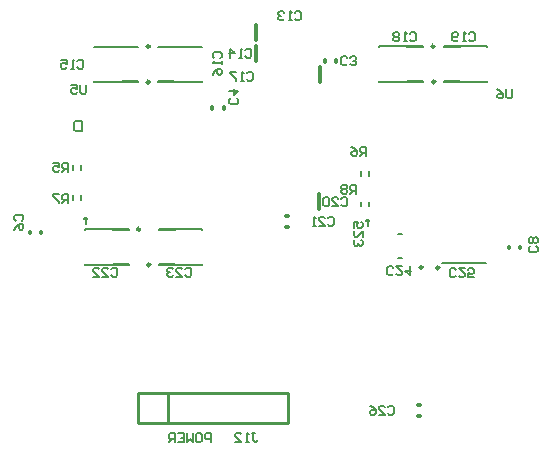
<source format=gbo>
%FSLAX25Y25*%
%MOIN*%
G70*
G01*
G75*
G04 Layer_Color=32896*
%ADD10C,0.01155*%
%ADD11C,0.01150*%
%ADD12R,0.07087X0.06299*%
%ADD13C,0.02000*%
%ADD14R,0.01378X0.05512*%
%ADD15R,0.15000X0.08500*%
%ADD16R,0.02756X0.01575*%
%ADD17R,0.03543X0.02756*%
%ADD18R,0.06496X0.00984*%
%ADD19R,0.06496X0.00984*%
%ADD20R,0.06000X0.06000*%
%ADD21R,0.02756X0.03543*%
%ADD22R,0.05000X0.06000*%
%ADD23R,0.06000X0.05000*%
%ADD24C,0.02500*%
%ADD25C,0.00448*%
%ADD26C,0.00403*%
%ADD27C,0.00500*%
%ADD28C,0.00807*%
%ADD29C,0.00500*%
%ADD30C,0.00669*%
%ADD31C,0.00800*%
%ADD32C,0.00400*%
%ADD33C,0.02000*%
%ADD34C,0.00600*%
%ADD35R,0.05906X0.05906*%
%ADD36C,0.05906*%
%ADD37C,0.14000*%
%ADD38C,0.07400*%
%ADD39P,0.08352X4X152.0*%
%ADD40P,0.08352X4X298.0*%
%ADD41C,0.05000*%
%ADD42R,0.02362X0.03740*%
%ADD43C,0.03000*%
%ADD44C,0.04000*%
%ADD45P,0.02165X8X22.5*%
%ADD46R,0.03740X0.02362*%
%ADD47C,0.05200*%
%ADD48R,0.05200X0.05200*%
%ADD49R,0.03937X0.03937*%
%ADD50C,0.03937*%
G04:AMPARAMS|DCode=51|XSize=78.74mil|YSize=78.74mil|CornerRadius=19.69mil|HoleSize=0mil|Usage=FLASHONLY|Rotation=0.000|XOffset=0mil|YOffset=0mil|HoleType=Round|Shape=RoundedRectangle|*
%AMROUNDEDRECTD51*
21,1,0.07874,0.03937,0,0,0.0*
21,1,0.03937,0.07874,0,0,0.0*
1,1,0.03937,0.01969,-0.01969*
1,1,0.03937,-0.01969,-0.01969*
1,1,0.03937,-0.01969,0.01969*
1,1,0.03937,0.01969,0.01969*
%
%ADD51ROUNDEDRECTD51*%
%ADD52C,0.03500*%
%ADD53R,0.05200X0.05200*%
%ADD54R,0.02000X0.02000*%
%ADD55C,0.13000*%
%ADD56C,0.01800*%
%ADD57C,0.04000*%
%ADD58C,0.05543*%
%ADD59C,0.14800*%
%ADD60C,0.08200*%
%ADD61C,0.05500*%
G04:AMPARAMS|DCode=62|XSize=68mil|YSize=68mil|CornerRadius=0mil|HoleSize=0mil|Usage=FLASHONLY|Rotation=0.000|XOffset=0mil|YOffset=0mil|HoleType=Round|Shape=Relief|Width=10mil|Gap=10mil|Entries=4|*
%AMTHD62*
7,0,0,0.06800,0.04800,0.01000,45*
%
%ADD62THD62*%
%ADD63C,0.04500*%
%ADD64C,0.02800*%
G04:AMPARAMS|DCode=65|XSize=40mil|YSize=40mil|CornerRadius=0mil|HoleSize=0mil|Usage=FLASHONLY|Rotation=0.000|XOffset=0mil|YOffset=0mil|HoleType=Round|Shape=Relief|Width=6mil|Gap=8mil|Entries=4|*
%AMTHD65*
7,0,0,0.04000,0.02400,0.00600,45*
%
%ADD65THD65*%
G04:AMPARAMS|DCode=66|XSize=52mil|YSize=52mil|CornerRadius=0mil|HoleSize=0mil|Usage=FLASHONLY|Rotation=0.000|XOffset=0mil|YOffset=0mil|HoleType=Round|Shape=Relief|Width=6mil|Gap=8mil|Entries=4|*
%AMTHD66*
7,0,0,0.05200,0.03600,0.00600,45*
%
%ADD66THD66*%
%ADD67C,0.05800*%
G04:AMPARAMS|DCode=68|XSize=20mil|YSize=20mil|CornerRadius=0mil|HoleSize=0mil|Usage=FLASHONLY|Rotation=0.000|XOffset=0mil|YOffset=0mil|HoleType=Round|Shape=Relief|Width=4mil|Gap=3mil|Entries=4|*
%AMTHD68*
7,0,0,0.02000,0.01400,0.00400,45*
%
%ADD68THD68*%
%ADD69C,0.04913*%
%ADD70C,0.07315*%
%ADD71C,0.04200*%
%ADD72C,0.11600*%
%ADD73C,0.01297*%
%ADD74C,0.00918*%
%ADD75C,0.00390*%
%ADD76R,0.07874X0.08661*%
%ADD77R,0.06000X0.06000*%
%ADD78C,0.01500*%
G04:AMPARAMS|DCode=79|XSize=98mil|YSize=98mil|CornerRadius=0mil|HoleSize=0mil|Usage=FLASHONLY|Rotation=0.000|XOffset=0mil|YOffset=0mil|HoleType=Round|Shape=Relief|Width=10mil|Gap=10mil|Entries=4|*
%AMTHD79*
7,0,0,0.09800,0.07800,0.01000,45*
%
%ADD79THD79*%
%ADD80R,0.07874X0.08661*%
%ADD81R,0.09252X0.12205*%
%ADD82R,0.06299X0.06693*%
%ADD83R,0.06299X0.06693*%
%ADD84C,0.01000*%
%ADD85C,0.00375*%
%ADD86R,0.02000X0.01000*%
%ADD87R,0.07000X0.19000*%
%ADD88R,0.01000X0.14000*%
%ADD89R,0.05000X0.15000*%
%ADD90R,0.02000X0.01500*%
%ADD91R,0.06000X0.03500*%
%ADD92R,0.00500X0.01500*%
%ADD93R,0.01500X0.03000*%
%ADD94R,0.07500X0.26000*%
%ADD95R,0.02362X0.03740*%
%ADD96R,0.02362X0.03740*%
%ADD97R,0.02362X0.03740*%
%ADD98R,0.02362X0.03740*%
%ADD99R,0.03740X0.02362*%
%ADD100R,0.03740X0.02362*%
%ADD101R,0.06000X0.02760*%
%ADD102R,0.02107X0.03100*%
%ADD103R,0.05000X0.14260*%
%ADD104R,0.01000X0.13760*%
%ADD105R,0.02000X0.02000*%
%ADD106C,0.00984*%
%ADD107C,0.00787*%
%ADD108C,0.00394*%
%ADD109C,0.01200*%
%ADD110R,0.07487X0.06699*%
%ADD111C,0.02400*%
%ADD112R,0.01778X0.05912*%
%ADD113R,0.15400X0.08900*%
%ADD114R,0.03156X0.01975*%
%ADD115R,0.03943X0.03156*%
%ADD116R,0.06896X0.01384*%
%ADD117R,0.06896X0.01384*%
%ADD118R,0.06400X0.06400*%
%ADD119R,0.03156X0.03943*%
%ADD120R,0.05400X0.06400*%
%ADD121R,0.06400X0.05400*%
%ADD122R,0.06306X0.06306*%
%ADD123C,0.06306*%
%ADD124C,0.14400*%
%ADD125C,0.07800*%
%ADD126P,0.08917X4X152.0*%
%ADD127P,0.08917X4X298.0*%
%ADD128C,0.05400*%
%ADD129R,0.02762X0.04140*%
%ADD130C,0.03400*%
%ADD131C,0.04400*%
%ADD132P,0.02598X8X22.5*%
%ADD133R,0.04140X0.02762*%
%ADD134C,0.05600*%
%ADD135R,0.05600X0.05600*%
%ADD136R,0.04337X0.04337*%
%ADD137C,0.04337*%
G04:AMPARAMS|DCode=138|XSize=82.74mil|YSize=82.74mil|CornerRadius=21.69mil|HoleSize=0mil|Usage=FLASHONLY|Rotation=0.000|XOffset=0mil|YOffset=0mil|HoleType=Round|Shape=RoundedRectangle|*
%AMROUNDEDRECTD138*
21,1,0.08274,0.03937,0,0,0.0*
21,1,0.03937,0.08274,0,0,0.0*
1,1,0.04337,0.01969,-0.01969*
1,1,0.04337,-0.01969,-0.01969*
1,1,0.04337,-0.01969,0.01969*
1,1,0.04337,0.01969,0.01969*
%
%ADD138ROUNDEDRECTD138*%
%ADD139C,0.03900*%
%ADD140R,0.05600X0.05600*%
%ADD141R,0.02400X0.02400*%
%ADD142C,0.02200*%
%ADD143R,0.08274X0.09061*%
%ADD144R,0.09652X0.12605*%
%ADD145R,0.06699X0.07093*%
%ADD146R,0.06699X0.07093*%
%ADD147R,0.08274X0.09061*%
%ADD148R,0.06400X0.06400*%
%ADD149R,0.02400X0.02400*%
D34*
X271347Y188374D02*
X271937Y187784D01*
X271347Y186110D02*
Y188374D01*
X270756Y187784D02*
X271347Y188374D01*
X176800Y188272D02*
X177390Y188862D01*
Y186598D02*
Y188862D01*
X177981Y188272D01*
X281628Y175400D02*
X282928D01*
X281528Y183300D02*
X282728D01*
X266729Y185401D02*
Y187400D01*
X268229D01*
X267729Y186400D01*
Y185900D01*
X268229Y185401D01*
X269228D01*
X269728Y185900D01*
Y186900D01*
X269228Y187400D01*
X269728Y182402D02*
Y184401D01*
X267729Y182402D01*
X267229D01*
X266729Y182901D01*
Y183901D01*
X267229Y184401D01*
Y181402D02*
X266729Y180902D01*
Y179902D01*
X267229Y179403D01*
X267729D01*
X268229Y179902D01*
Y180402D01*
Y179902D01*
X268728Y179403D01*
X269228D01*
X269728Y179902D01*
Y180902D01*
X269228Y181402D01*
X267628Y196800D02*
Y199799D01*
X266128D01*
X265629Y199299D01*
Y198300D01*
X266128Y197800D01*
X267628D01*
X266628D02*
X265629Y196800D01*
X264629Y199299D02*
X264129Y199799D01*
X263129D01*
X262630Y199299D01*
Y198799D01*
X263129Y198300D01*
X262630Y197800D01*
Y197300D01*
X263129Y196800D01*
X264129D01*
X264629Y197300D01*
Y197800D01*
X264129Y198300D01*
X264629Y198799D01*
Y199299D01*
X264129Y198300D02*
X263129D01*
X177528Y232999D02*
Y230500D01*
X177028Y230000D01*
X176029D01*
X175529Y230500D01*
Y232999D01*
X172530D02*
X174529D01*
Y231500D01*
X173529Y231999D01*
X173029D01*
X172530Y231500D01*
Y230500D01*
X173029Y230000D01*
X174029D01*
X174529Y230500D01*
X319528Y231499D02*
Y229000D01*
X319028Y228500D01*
X318028D01*
X317529Y229000D01*
Y231499D01*
X314530D02*
X315529Y230999D01*
X316529Y229999D01*
Y229000D01*
X316029Y228500D01*
X315030D01*
X314530Y229000D01*
Y229500D01*
X315030Y229999D01*
X316529D01*
X171528Y193500D02*
Y196499D01*
X170028D01*
X169529Y195999D01*
Y195000D01*
X170028Y194500D01*
X171528D01*
X170528D02*
X169529Y193500D01*
X168529Y196499D02*
X166530D01*
Y195999D01*
X168529Y194000D01*
Y193500D01*
X270928Y209400D02*
Y212399D01*
X269428D01*
X268929Y211899D01*
Y210899D01*
X269428Y210400D01*
X270928D01*
X269928D02*
X268929Y209400D01*
X265930Y212399D02*
X266929Y211899D01*
X267929Y210899D01*
Y209900D01*
X267429Y209400D01*
X266429D01*
X265930Y209900D01*
Y210400D01*
X266429Y210899D01*
X267929D01*
X220329Y241901D02*
X219829Y242401D01*
Y243400D01*
X220329Y243900D01*
X222328D01*
X222828Y243400D01*
Y242401D01*
X222328Y241901D01*
X222828Y240901D02*
Y239901D01*
Y240401D01*
X219829D01*
X220329Y240901D01*
X219829Y236402D02*
X220329Y237402D01*
X221328Y238402D01*
X222328D01*
X222828Y237902D01*
Y236902D01*
X222328Y236402D01*
X221828D01*
X221328Y236902D01*
Y238402D01*
X174629Y240899D02*
X175128Y241399D01*
X176128D01*
X176628Y240899D01*
Y238900D01*
X176128Y238400D01*
X175128D01*
X174629Y238900D01*
X173629Y238400D02*
X172629D01*
X173129D01*
Y241399D01*
X173629Y240899D01*
X169130Y241399D02*
X171130D01*
Y239899D01*
X170130Y240399D01*
X169630D01*
X169130Y239899D01*
Y238900D01*
X169630Y238400D01*
X170630D01*
X171130Y238900D01*
X185929Y171499D02*
X186428Y171999D01*
X187428D01*
X187928Y171499D01*
Y169500D01*
X187428Y169000D01*
X186428D01*
X185929Y169500D01*
X182930Y169000D02*
X184929D01*
X182930Y170999D01*
Y171499D01*
X183430Y171999D01*
X184429D01*
X184929Y171499D01*
X179931Y169000D02*
X181930D01*
X179931Y170999D01*
Y171499D01*
X180430Y171999D01*
X181430D01*
X181930Y171499D01*
X210529D02*
X211029Y171999D01*
X212028D01*
X212528Y171499D01*
Y169500D01*
X212028Y169000D01*
X211029D01*
X210529Y169500D01*
X207530Y169000D02*
X209529D01*
X207530Y170999D01*
Y171499D01*
X208030Y171999D01*
X209029D01*
X209529Y171499D01*
X206530D02*
X206030Y171999D01*
X205030D01*
X204531Y171499D01*
Y170999D01*
X205030Y170500D01*
X205530D01*
X205030D01*
X204531Y170000D01*
Y169500D01*
X205030Y169000D01*
X206030D01*
X206530Y169500D01*
X285400Y249999D02*
X285900Y250499D01*
X286900D01*
X287400Y249999D01*
Y248000D01*
X286900Y247500D01*
X285900D01*
X285400Y248000D01*
X284401Y247500D02*
X283401D01*
X283901D01*
Y250499D01*
X284401Y249999D01*
X281901D02*
X281401Y250499D01*
X280402D01*
X279902Y249999D01*
Y249499D01*
X280402Y249000D01*
X279902Y248500D01*
Y248000D01*
X280402Y247500D01*
X281401D01*
X281901Y248000D01*
Y248500D01*
X281401Y249000D01*
X281901Y249499D01*
Y249999D01*
X281401Y249000D02*
X280402D01*
X305029Y249999D02*
X305528Y250499D01*
X306528D01*
X307028Y249999D01*
Y248000D01*
X306528Y247500D01*
X305528D01*
X305029Y248000D01*
X304029Y247500D02*
X303029D01*
X303529D01*
Y250499D01*
X304029Y249999D01*
X301530Y248000D02*
X301030Y247500D01*
X300030D01*
X299530Y248000D01*
Y249999D01*
X300030Y250499D01*
X301030D01*
X301530Y249999D01*
Y249499D01*
X301030Y249000D01*
X299530D01*
X300827Y169401D02*
X300327Y168901D01*
X299328D01*
X298828Y169401D01*
Y171400D01*
X299328Y171900D01*
X300327D01*
X300827Y171400D01*
X303826Y171900D02*
X301827D01*
X303826Y169901D01*
Y169401D01*
X303327Y168901D01*
X302327D01*
X301827Y169401D01*
X306825Y168901D02*
X304826D01*
Y170401D01*
X305826Y169901D01*
X306326D01*
X306825Y170401D01*
Y171400D01*
X306326Y171900D01*
X305326D01*
X304826Y171400D01*
X279927Y170101D02*
X279428Y169601D01*
X278428D01*
X277928Y170101D01*
Y172100D01*
X278428Y172600D01*
X279428D01*
X279927Y172100D01*
X282926Y172600D02*
X280927D01*
X282926Y170601D01*
Y170101D01*
X282427Y169601D01*
X281427D01*
X280927Y170101D01*
X285426Y172600D02*
Y169601D01*
X283926Y171100D01*
X285925D01*
X230529Y244499D02*
X231029Y244999D01*
X232028D01*
X232528Y244499D01*
Y242500D01*
X232028Y242000D01*
X231029D01*
X230529Y242500D01*
X229529Y242000D02*
X228529D01*
X229029D01*
Y244999D01*
X229529Y244499D01*
X225530Y242000D02*
Y244999D01*
X227030Y243499D01*
X225030D01*
X231029Y236899D02*
X231528Y237399D01*
X232528D01*
X233028Y236899D01*
Y234900D01*
X232528Y234400D01*
X231528D01*
X231029Y234900D01*
X230029Y234400D02*
X229029D01*
X229529D01*
Y237399D01*
X230029Y236899D01*
X227530Y237399D02*
X225530D01*
Y236899D01*
X227530Y234900D01*
Y234400D01*
X262529Y194999D02*
X263029Y195499D01*
X264028D01*
X264528Y194999D01*
Y193000D01*
X264028Y192500D01*
X263029D01*
X262529Y193000D01*
X259530Y192500D02*
X261529D01*
X259530Y194499D01*
Y194999D01*
X260030Y195499D01*
X261029D01*
X261529Y194999D01*
X258530D02*
X258030Y195499D01*
X257030D01*
X256531Y194999D01*
Y193000D01*
X257030Y192500D01*
X258030D01*
X258530Y193000D01*
Y194999D01*
X227827Y228499D02*
X228327Y227999D01*
Y227000D01*
X227827Y226500D01*
X225828D01*
X225328Y227000D01*
Y227999D01*
X225828Y228499D01*
X225328Y230998D02*
X228327D01*
X226828Y229499D01*
Y231498D01*
X247029Y256999D02*
X247529Y257499D01*
X248528D01*
X249028Y256999D01*
Y255000D01*
X248528Y254500D01*
X247529D01*
X247029Y255000D01*
X246029Y254500D02*
X245029D01*
X245529D01*
Y257499D01*
X246029Y256999D01*
X243530D02*
X243030Y257499D01*
X242030D01*
X241530Y256999D01*
Y256499D01*
X242030Y255999D01*
X242530D01*
X242030D01*
X241530Y255500D01*
Y255000D01*
X242030Y254500D01*
X243030D01*
X243530Y255000D01*
X258029Y188499D02*
X258528Y188999D01*
X259528D01*
X260028Y188499D01*
Y186500D01*
X259528Y186000D01*
X258528D01*
X258029Y186500D01*
X255030Y186000D02*
X257029D01*
X255030Y187999D01*
Y188499D01*
X255529Y188999D01*
X256529D01*
X257029Y188499D01*
X254030Y186000D02*
X253030D01*
X253530D01*
Y188999D01*
X254030Y188499D01*
X278029Y125499D02*
X278528Y125999D01*
X279528D01*
X280028Y125499D01*
Y123500D01*
X279528Y123000D01*
X278528D01*
X278029Y123500D01*
X275030Y123000D02*
X277029D01*
X275030Y124999D01*
Y125499D01*
X275530Y125999D01*
X276529D01*
X277029Y125499D01*
X272031Y125999D02*
X273030Y125499D01*
X274030Y124499D01*
Y123500D01*
X273530Y123000D01*
X272530D01*
X272031Y123500D01*
Y124000D01*
X272530Y124499D01*
X274030D01*
X264527Y240001D02*
X264028Y239501D01*
X263028D01*
X262528Y240001D01*
Y242000D01*
X263028Y242500D01*
X264028D01*
X264527Y242000D01*
X265527Y240001D02*
X266027Y239501D01*
X267027D01*
X267526Y240001D01*
Y240501D01*
X267027Y241001D01*
X266527D01*
X267027D01*
X267526Y241500D01*
Y242000D01*
X267027Y242500D01*
X266027D01*
X265527Y242000D01*
X171528Y204000D02*
Y206999D01*
X170028D01*
X169529Y206499D01*
Y205500D01*
X170028Y205000D01*
X171528D01*
X170528D02*
X169529Y204000D01*
X166530Y206999D02*
X168529D01*
Y205500D01*
X167529Y205999D01*
X167030D01*
X166530Y205500D01*
Y204500D01*
X167030Y204000D01*
X168029D01*
X168529Y204500D01*
X327627Y179199D02*
X328127Y178700D01*
Y177700D01*
X327627Y177200D01*
X325628D01*
X325128Y177700D01*
Y178700D01*
X325628Y179199D01*
X327627Y180199D02*
X328127Y180699D01*
Y181699D01*
X327627Y182198D01*
X327127D01*
X326627Y181699D01*
X326128Y182198D01*
X325628D01*
X325128Y181699D01*
Y180699D01*
X325628Y180199D01*
X326128D01*
X326627Y180699D01*
X327127Y180199D01*
X327627D01*
X326627Y180699D02*
Y181699D01*
X154029Y187701D02*
X153529Y188200D01*
Y189200D01*
X154029Y189700D01*
X156028D01*
X156528Y189200D01*
Y188200D01*
X156028Y187701D01*
X153529Y184702D02*
X154029Y185701D01*
X155028Y186701D01*
X156028D01*
X156528Y186201D01*
Y185201D01*
X156028Y184702D01*
X155528D01*
X155028Y185201D01*
Y186701D01*
X219128Y113900D02*
Y116899D01*
X217629D01*
X217129Y116399D01*
Y115400D01*
X217629Y114900D01*
X219128D01*
X214630Y116899D02*
X215629D01*
X216129Y116399D01*
Y114400D01*
X215629Y113900D01*
X214630D01*
X214130Y114400D01*
Y116399D01*
X214630Y116899D01*
X213130D02*
Y113900D01*
X212130Y114900D01*
X211131Y113900D01*
Y116899D01*
X208132D02*
X210131D01*
Y113900D01*
X208132D01*
X210131Y115400D02*
X209131D01*
X207132Y113900D02*
Y116899D01*
X205632D01*
X205133Y116399D01*
Y115400D01*
X205632Y114900D01*
X207132D01*
X206132D02*
X205133Y113900D01*
X232829Y116999D02*
X233828D01*
X233329D01*
Y114500D01*
X233828Y114000D01*
X234328D01*
X234828Y114500D01*
X231829Y114000D02*
X230829D01*
X231329D01*
Y116999D01*
X231829Y116499D01*
X227330Y114000D02*
X229330D01*
X227330Y115999D01*
Y116499D01*
X227830Y116999D01*
X228830D01*
X229330Y116499D01*
X176028Y221099D02*
Y217500D01*
X174229D01*
X173629Y218100D01*
Y220499D01*
X174229Y221099D01*
X176028D01*
D84*
X204828Y120400D02*
Y130400D01*
X194828Y120400D02*
Y130400D01*
Y120400D02*
X244828D01*
Y130400D01*
X194828D02*
X244828D01*
D106*
X198690Y233995D02*
G03*
X198690Y233995I-492J0D01*
G01*
X293890Y234095D02*
G03*
X293890Y234095I-492J0D01*
G01*
X289728Y172200D02*
G03*
X289728Y172200I-492J0D01*
G01*
X195550Y184906D02*
G03*
X195550Y184906I-492J0D01*
G01*
X198890Y173094D02*
G03*
X198890Y173094I-492J0D01*
G01*
X198750Y245806D02*
G03*
X198750Y245806I-492J0D01*
G01*
X293650Y245905D02*
G03*
X293650Y245905I-492J0D01*
G01*
X295228Y172100D02*
G03*
X295228Y172100I-492J0D01*
G01*
D107*
X201545Y245806D02*
X216111D01*
X201545Y233994D02*
X216111D01*
Y245609D02*
Y245806D01*
X201545Y245609D02*
X206859D01*
X216111Y233994D02*
Y234191D01*
X201545D02*
X206859D01*
X271906Y192565D02*
Y194140D01*
X269150Y192565D02*
Y194140D01*
X296745Y245906D02*
X311311D01*
X296745Y234094D02*
X311311D01*
Y245709D02*
Y245906D01*
X296745Y245709D02*
X302059D01*
X311311Y234094D02*
Y234291D01*
X296745D02*
X302059D01*
X271906Y202713D02*
Y204287D01*
X269150Y202713D02*
Y204287D01*
X296145Y173594D02*
X310711D01*
Y173791D01*
X296145D02*
X301459D01*
X177145Y173094D02*
X191711D01*
X177145Y184906D02*
X191711D01*
X177145Y173094D02*
Y173291D01*
X186397D02*
X191711D01*
X177145Y184709D02*
Y184906D01*
X186397Y184709D02*
X191711D01*
X201745Y184906D02*
X216311D01*
X201745Y173094D02*
X216311D01*
Y184709D02*
Y184906D01*
X201745Y184709D02*
X207059D01*
X216311Y173094D02*
Y173291D01*
X201745D02*
X207059D01*
X180345Y233994D02*
X194911D01*
X180345Y245806D02*
X194911D01*
X180345Y233994D02*
Y234191D01*
X189597D02*
X194911D01*
X180345Y245609D02*
Y245806D01*
X189597Y245609D02*
X194911D01*
X275245Y234094D02*
X289811D01*
X275245Y245906D02*
X289811D01*
X275245Y234094D02*
Y234291D01*
X284497D02*
X289811D01*
X275245Y245709D02*
Y245906D01*
X284497Y245709D02*
X289811D01*
X175906Y194713D02*
Y196287D01*
X173150Y194713D02*
Y196287D01*
X175906Y204713D02*
Y206287D01*
X173150Y204713D02*
Y206287D01*
D109*
X158828Y183600D02*
Y184100D01*
X162628Y183600D02*
Y184100D01*
X318428Y178500D02*
Y179000D01*
X322228Y178500D02*
Y179000D01*
X260928Y240800D02*
Y241300D01*
X257128Y240800D02*
Y241300D01*
X234028Y241000D02*
Y246000D01*
X255528Y234000D02*
Y239000D01*
X255028Y191500D02*
Y196500D01*
X234028Y248000D02*
Y253000D01*
X288328Y126400D02*
X288828D01*
X288328Y122600D02*
X288828D01*
X244228Y185600D02*
X244728D01*
X244228Y189400D02*
X244728D01*
X219628Y225100D02*
Y225600D01*
X223428Y225100D02*
Y225600D01*
M02*

</source>
